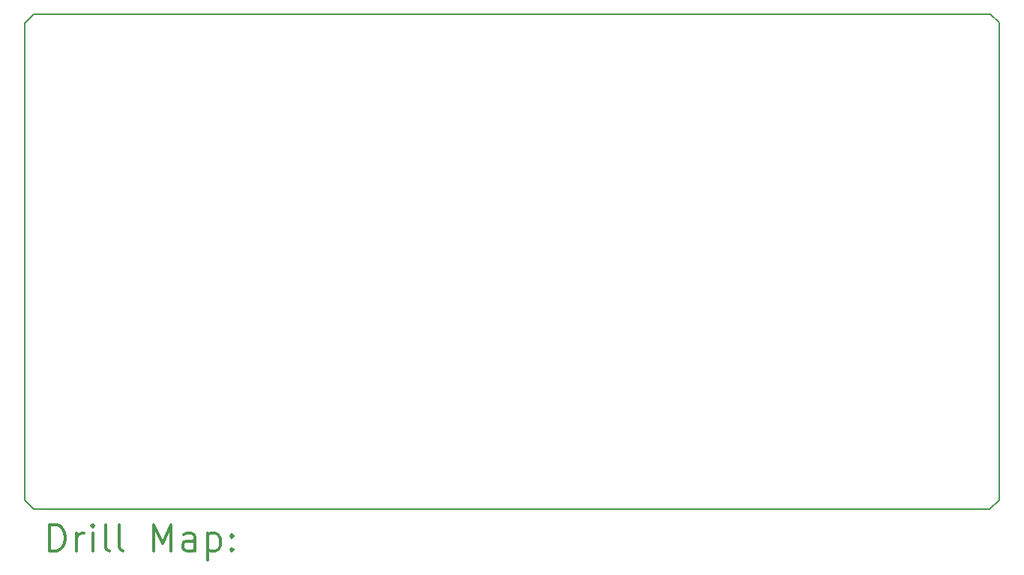
<source format=gbr>
%FSLAX45Y45*%
G04 Gerber Fmt 4.5, Leading zero omitted, Abs format (unit mm)*
G04 Created by KiCad (PCBNEW (5.0.0)) date 09/27/18 16:00:31*
%MOMM*%
%LPD*%
G01*
G04 APERTURE LIST*
%ADD10C,0.150000*%
%ADD11C,0.200000*%
%ADD12C,0.300000*%
G04 APERTURE END LIST*
D10*
X19481800Y-11658600D02*
X19585940Y-11554460D01*
X19484340Y-6057900D02*
X19585940Y-6154420D01*
X8585200Y-6159500D02*
X8686800Y-6057900D01*
X8684260Y-11658600D02*
X8585200Y-11557000D01*
X8585200Y-11557000D02*
X8585200Y-6159500D01*
X8686800Y-6057900D02*
X19484340Y-6057900D01*
X19585940Y-11554460D02*
X19585940Y-6154420D01*
X8686800Y-11658600D02*
X19481800Y-11658600D01*
D11*
D12*
X8864128Y-12131814D02*
X8864128Y-11831814D01*
X8935557Y-11831814D01*
X8978414Y-11846100D01*
X9006986Y-11874671D01*
X9021271Y-11903243D01*
X9035557Y-11960386D01*
X9035557Y-12003243D01*
X9021271Y-12060386D01*
X9006986Y-12088957D01*
X8978414Y-12117529D01*
X8935557Y-12131814D01*
X8864128Y-12131814D01*
X9164128Y-12131814D02*
X9164128Y-11931814D01*
X9164128Y-11988957D02*
X9178414Y-11960386D01*
X9192700Y-11946100D01*
X9221271Y-11931814D01*
X9249843Y-11931814D01*
X9349843Y-12131814D02*
X9349843Y-11931814D01*
X9349843Y-11831814D02*
X9335557Y-11846100D01*
X9349843Y-11860386D01*
X9364128Y-11846100D01*
X9349843Y-11831814D01*
X9349843Y-11860386D01*
X9535557Y-12131814D02*
X9506986Y-12117529D01*
X9492700Y-12088957D01*
X9492700Y-11831814D01*
X9692700Y-12131814D02*
X9664128Y-12117529D01*
X9649843Y-12088957D01*
X9649843Y-11831814D01*
X10035557Y-12131814D02*
X10035557Y-11831814D01*
X10135557Y-12046100D01*
X10235557Y-11831814D01*
X10235557Y-12131814D01*
X10506986Y-12131814D02*
X10506986Y-11974671D01*
X10492700Y-11946100D01*
X10464128Y-11931814D01*
X10406986Y-11931814D01*
X10378414Y-11946100D01*
X10506986Y-12117529D02*
X10478414Y-12131814D01*
X10406986Y-12131814D01*
X10378414Y-12117529D01*
X10364128Y-12088957D01*
X10364128Y-12060386D01*
X10378414Y-12031814D01*
X10406986Y-12017529D01*
X10478414Y-12017529D01*
X10506986Y-12003243D01*
X10649843Y-11931814D02*
X10649843Y-12231814D01*
X10649843Y-11946100D02*
X10678414Y-11931814D01*
X10735557Y-11931814D01*
X10764128Y-11946100D01*
X10778414Y-11960386D01*
X10792700Y-11988957D01*
X10792700Y-12074671D01*
X10778414Y-12103243D01*
X10764128Y-12117529D01*
X10735557Y-12131814D01*
X10678414Y-12131814D01*
X10649843Y-12117529D01*
X10921271Y-12103243D02*
X10935557Y-12117529D01*
X10921271Y-12131814D01*
X10906986Y-12117529D01*
X10921271Y-12103243D01*
X10921271Y-12131814D01*
X10921271Y-11946100D02*
X10935557Y-11960386D01*
X10921271Y-11974671D01*
X10906986Y-11960386D01*
X10921271Y-11946100D01*
X10921271Y-11974671D01*
M02*

</source>
